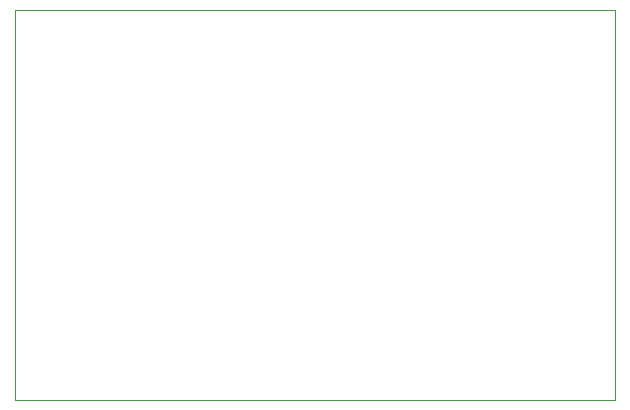
<source format=gbr>
%TF.GenerationSoftware,KiCad,Pcbnew,8.0.5*%
%TF.CreationDate,2024-12-08T10:15:27-05:00*%
%TF.ProjectId,shooting_sensor_new,73686f6f-7469-46e6-975f-73656e736f72,rev?*%
%TF.SameCoordinates,Original*%
%TF.FileFunction,Profile,NP*%
%FSLAX46Y46*%
G04 Gerber Fmt 4.6, Leading zero omitted, Abs format (unit mm)*
G04 Created by KiCad (PCBNEW 8.0.5) date 2024-12-08 10:15:27*
%MOMM*%
%LPD*%
G01*
G04 APERTURE LIST*
%TA.AperFunction,Profile*%
%ADD10C,0.050000*%
%TD*%
G04 APERTURE END LIST*
D10*
X76454000Y-49296000D02*
X127254000Y-49296000D01*
X127254000Y-82296000D01*
X76454000Y-82296000D01*
X76454000Y-49296000D01*
M02*

</source>
